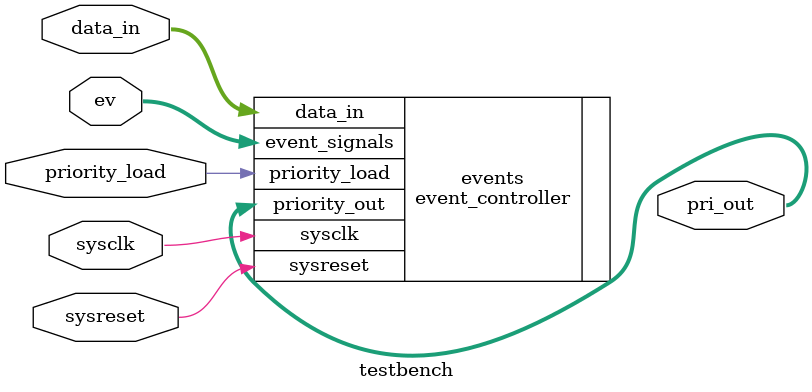
<source format=v>
`include "header.v"

module testbench (
	input wire[5:0] ev, 
	output wire[15:0] pri_out,
    input wire priority_load,
    input wire[15:0] data_in,
	input wire sysclk,
	input wire sysreset
);

event_controller #(.NUM_INPUTS(6)) events( 
     .sysclk            (sysclk)
    ,.sysreset          (sysreset)
    ,.priority_out      (pri_out)
    ,.priority_load     (priority_load)
    ,.data_in           (data_in)
    ,.event_signals     (ev)
        // MOST urgent events are listed FIRST.
);
 
endmodule    

</source>
